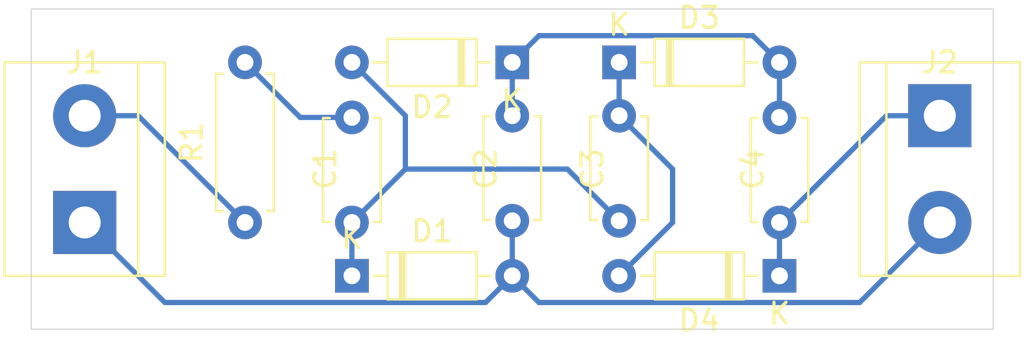
<source format=kicad_pcb>
(kicad_pcb (version 20171130) (host pcbnew "(5.1.4)-1")

  (general
    (thickness 1.6)
    (drawings 4)
    (tracks 31)
    (zones 0)
    (modules 11)
    (nets 8)
  )

  (page A4)
  (layers
    (0 F.Cu signal)
    (31 B.Cu signal)
    (32 B.Adhes user)
    (33 F.Adhes user)
    (34 B.Paste user)
    (35 F.Paste user)
    (36 B.SilkS user)
    (37 F.SilkS user)
    (38 B.Mask user)
    (39 F.Mask user)
    (40 Dwgs.User user)
    (41 Cmts.User user)
    (42 Eco1.User user)
    (43 Eco2.User user)
    (44 Edge.Cuts user)
    (45 Margin user)
    (46 B.CrtYd user)
    (47 F.CrtYd user)
    (48 B.Fab user)
    (49 F.Fab user)
  )

  (setup
    (last_trace_width 0.25)
    (trace_clearance 0.2)
    (zone_clearance 0.508)
    (zone_45_only no)
    (trace_min 0.2)
    (via_size 0.8)
    (via_drill 0.4)
    (via_min_size 0.4)
    (via_min_drill 0.3)
    (uvia_size 0.3)
    (uvia_drill 0.1)
    (uvias_allowed no)
    (uvia_min_size 0.2)
    (uvia_min_drill 0.1)
    (edge_width 0.05)
    (segment_width 0.2)
    (pcb_text_width 0.3)
    (pcb_text_size 1.5 1.5)
    (mod_edge_width 0.12)
    (mod_text_size 1 1)
    (mod_text_width 0.15)
    (pad_size 1.524 1.524)
    (pad_drill 0.762)
    (pad_to_mask_clearance 0.051)
    (solder_mask_min_width 0.25)
    (aux_axis_origin 0 0)
    (visible_elements 7FFFFFFF)
    (pcbplotparams
      (layerselection 0x010fc_ffffffff)
      (usegerberextensions false)
      (usegerberattributes false)
      (usegerberadvancedattributes false)
      (creategerberjobfile false)
      (excludeedgelayer true)
      (linewidth 0.100000)
      (plotframeref false)
      (viasonmask false)
      (mode 1)
      (useauxorigin false)
      (hpglpennumber 1)
      (hpglpenspeed 20)
      (hpglpendiameter 15.000000)
      (psnegative false)
      (psa4output false)
      (plotreference true)
      (plotvalue true)
      (plotinvisibletext false)
      (padsonsilk false)
      (subtractmaskfromsilk false)
      (outputformat 1)
      (mirror false)
      (drillshape 1)
      (scaleselection 1)
      (outputdirectory ""))
  )

  (net 0 "")
  (net 1 /CapacitorPower+)
  (net 2 "Net-(C1-Pad1)")
  (net 3 "Net-(C2-Pad1)")
  (net 4 /ACPowerIn-)
  (net 5 /ACPowerIn+)
  (net 6 "Net-(C3-Pad1)")
  (net 7 "Net-(C1-Pad2)")

  (net_class Default "This is the default net class."
    (clearance 0.2)
    (trace_width 0.25)
    (via_dia 0.8)
    (via_drill 0.4)
    (uvia_dia 0.3)
    (uvia_drill 0.1)
    (add_net /ACPowerIn+)
    (add_net /ACPowerIn-)
    (add_net /CapacitorPower+)
    (add_net "Net-(C1-Pad1)")
    (add_net "Net-(C1-Pad2)")
    (add_net "Net-(C2-Pad1)")
    (add_net "Net-(C3-Pad1)")
  )

  (module Diode_THT:D_DO-35_SOD27_P7.62mm_Horizontal (layer F.Cu) (tedit 5AE50CD5) (tstamp 5EFD8791)
    (at 121.92 66.04)
    (descr "Diode, DO-35_SOD27 series, Axial, Horizontal, pin pitch=7.62mm, , length*diameter=4*2mm^2, , http://www.diodes.com/_files/packages/DO-35.pdf")
    (tags "Diode DO-35_SOD27 series Axial Horizontal pin pitch 7.62mm  length 4mm diameter 2mm")
    (path /5E0E7B3A)
    (fp_text reference D1 (at 3.81 -2.12) (layer F.SilkS)
      (effects (font (size 1 1) (thickness 0.15)))
    )
    (fp_text value 1N4148 (at 5.81 0) (layer F.Fab)
      (effects (font (size 1 1) (thickness 0.15)))
    )
    (fp_text user K (at 0 -1.8) (layer F.SilkS)
      (effects (font (size 1 1) (thickness 0.15)))
    )
    (fp_text user K (at 0 -1.8) (layer F.Fab)
      (effects (font (size 1 1) (thickness 0.15)))
    )
    (fp_text user %R (at 1.27 0) (layer F.Fab)
      (effects (font (size 0.8 0.8) (thickness 0.12)))
    )
    (fp_line (start 8.67 -1.25) (end -1.05 -1.25) (layer F.CrtYd) (width 0.05))
    (fp_line (start 8.67 1.25) (end 8.67 -1.25) (layer F.CrtYd) (width 0.05))
    (fp_line (start -1.05 1.25) (end 8.67 1.25) (layer F.CrtYd) (width 0.05))
    (fp_line (start -1.05 -1.25) (end -1.05 1.25) (layer F.CrtYd) (width 0.05))
    (fp_line (start 2.29 -1.12) (end 2.29 1.12) (layer F.SilkS) (width 0.12))
    (fp_line (start 2.53 -1.12) (end 2.53 1.12) (layer F.SilkS) (width 0.12))
    (fp_line (start 2.41 -1.12) (end 2.41 1.12) (layer F.SilkS) (width 0.12))
    (fp_line (start 6.58 0) (end 5.93 0) (layer F.SilkS) (width 0.12))
    (fp_line (start 1.04 0) (end 1.69 0) (layer F.SilkS) (width 0.12))
    (fp_line (start 5.93 -1.12) (end 1.69 -1.12) (layer F.SilkS) (width 0.12))
    (fp_line (start 5.93 1.12) (end 5.93 -1.12) (layer F.SilkS) (width 0.12))
    (fp_line (start 1.69 1.12) (end 5.93 1.12) (layer F.SilkS) (width 0.12))
    (fp_line (start 1.69 -1.12) (end 1.69 1.12) (layer F.SilkS) (width 0.12))
    (fp_line (start 2.31 -1) (end 2.31 1) (layer F.Fab) (width 0.1))
    (fp_line (start 2.51 -1) (end 2.51 1) (layer F.Fab) (width 0.1))
    (fp_line (start 2.41 -1) (end 2.41 1) (layer F.Fab) (width 0.1))
    (fp_line (start 7.62 0) (end 5.81 0) (layer F.Fab) (width 0.1))
    (fp_line (start 0 0) (end 1.81 0) (layer F.Fab) (width 0.1))
    (fp_line (start 5.81 -1) (end 1.81 -1) (layer F.Fab) (width 0.1))
    (fp_line (start 5.81 1) (end 5.81 -1) (layer F.Fab) (width 0.1))
    (fp_line (start 1.81 1) (end 5.81 1) (layer F.Fab) (width 0.1))
    (fp_line (start 1.81 -1) (end 1.81 1) (layer F.Fab) (width 0.1))
    (pad 2 thru_hole oval (at 7.62 0) (size 1.6 1.6) (drill 0.8) (layers *.Cu *.Mask)
      (net 4 /ACPowerIn-))
    (pad 1 thru_hole rect (at 0 0) (size 1.6 1.6) (drill 0.8) (layers *.Cu *.Mask)
      (net 2 "Net-(C1-Pad1)"))
    (model ${KISYS3DMOD}/Diode_THT.3dshapes/D_DO-35_SOD27_P7.62mm_Horizontal.wrl
      (at (xyz 0 0 0))
      (scale (xyz 1 1 1))
      (rotate (xyz 0 0 0))
    )
  )

  (module Diode_THT:D_DO-35_SOD27_P7.62mm_Horizontal (layer F.Cu) (tedit 5AE50CD5) (tstamp 5EFD8395)
    (at 129.54 55.88 180)
    (descr "Diode, DO-35_SOD27 series, Axial, Horizontal, pin pitch=7.62mm, , length*diameter=4*2mm^2, , http://www.diodes.com/_files/packages/DO-35.pdf")
    (tags "Diode DO-35_SOD27 series Axial Horizontal pin pitch 7.62mm  length 4mm diameter 2mm")
    (path /5E0E6F15)
    (fp_text reference D2 (at 3.81 -2.12) (layer F.SilkS)
      (effects (font (size 1 1) (thickness 0.15)))
    )
    (fp_text value 1N4148 (at 1.81 0) (layer F.Fab)
      (effects (font (size 1 1) (thickness 0.15)))
    )
    (fp_line (start 1.81 -1) (end 1.81 1) (layer F.Fab) (width 0.1))
    (fp_line (start 1.81 1) (end 5.81 1) (layer F.Fab) (width 0.1))
    (fp_line (start 5.81 1) (end 5.81 -1) (layer F.Fab) (width 0.1))
    (fp_line (start 5.81 -1) (end 1.81 -1) (layer F.Fab) (width 0.1))
    (fp_line (start 0 0) (end 1.81 0) (layer F.Fab) (width 0.1))
    (fp_line (start 7.62 0) (end 5.81 0) (layer F.Fab) (width 0.1))
    (fp_line (start 2.41 -1) (end 2.41 1) (layer F.Fab) (width 0.1))
    (fp_line (start 2.51 -1) (end 2.51 1) (layer F.Fab) (width 0.1))
    (fp_line (start 2.31 -1) (end 2.31 1) (layer F.Fab) (width 0.1))
    (fp_line (start 1.69 -1.12) (end 1.69 1.12) (layer F.SilkS) (width 0.12))
    (fp_line (start 1.69 1.12) (end 5.93 1.12) (layer F.SilkS) (width 0.12))
    (fp_line (start 5.93 1.12) (end 5.93 -1.12) (layer F.SilkS) (width 0.12))
    (fp_line (start 5.93 -1.12) (end 1.69 -1.12) (layer F.SilkS) (width 0.12))
    (fp_line (start 1.04 0) (end 1.69 0) (layer F.SilkS) (width 0.12))
    (fp_line (start 6.58 0) (end 5.93 0) (layer F.SilkS) (width 0.12))
    (fp_line (start 2.41 -1.12) (end 2.41 1.12) (layer F.SilkS) (width 0.12))
    (fp_line (start 2.53 -1.12) (end 2.53 1.12) (layer F.SilkS) (width 0.12))
    (fp_line (start 2.29 -1.12) (end 2.29 1.12) (layer F.SilkS) (width 0.12))
    (fp_line (start -1.05 -1.25) (end -1.05 1.25) (layer F.CrtYd) (width 0.05))
    (fp_line (start -1.05 1.25) (end 8.67 1.25) (layer F.CrtYd) (width 0.05))
    (fp_line (start 8.67 1.25) (end 8.67 -1.25) (layer F.CrtYd) (width 0.05))
    (fp_line (start 8.67 -1.25) (end -1.05 -1.25) (layer F.CrtYd) (width 0.05))
    (fp_text user %R (at 6.35 0) (layer F.Fab)
      (effects (font (size 0.8 0.8) (thickness 0.12)))
    )
    (fp_text user K (at 0 -1.8) (layer F.Fab)
      (effects (font (size 1 1) (thickness 0.15)))
    )
    (fp_text user K (at 0 -1.8) (layer F.SilkS)
      (effects (font (size 1 1) (thickness 0.15)))
    )
    (pad 1 thru_hole rect (at 0 0 180) (size 1.6 1.6) (drill 0.8) (layers *.Cu *.Mask)
      (net 3 "Net-(C2-Pad1)"))
    (pad 2 thru_hole oval (at 7.62 0 180) (size 1.6 1.6) (drill 0.8) (layers *.Cu *.Mask)
      (net 2 "Net-(C1-Pad1)"))
    (model ${KISYS3DMOD}/Diode_THT.3dshapes/D_DO-35_SOD27_P7.62mm_Horizontal.wrl
      (at (xyz 0 0 0))
      (scale (xyz 1 1 1))
      (rotate (xyz 0 0 0))
    )
  )

  (module Diode_THT:D_DO-35_SOD27_P7.62mm_Horizontal (layer F.Cu) (tedit 5AE50CD5) (tstamp 5EFD7FD5)
    (at 142.24 66.04 180)
    (descr "Diode, DO-35_SOD27 series, Axial, Horizontal, pin pitch=7.62mm, , length*diameter=4*2mm^2, , http://www.diodes.com/_files/packages/DO-35.pdf")
    (tags "Diode DO-35_SOD27 series Axial Horizontal pin pitch 7.62mm  length 4mm diameter 2mm")
    (path /5EF90991)
    (fp_text reference D4 (at 3.81 -2.12) (layer F.SilkS)
      (effects (font (size 1 1) (thickness 0.15)))
    )
    (fp_text value 1N4148 (at 1.27 0) (layer F.Fab)
      (effects (font (size 1 1) (thickness 0.15)))
    )
    (fp_text user K (at 0 -1.8) (layer F.SilkS)
      (effects (font (size 1 1) (thickness 0.15)))
    )
    (fp_text user K (at 0 -1.8) (layer F.Fab)
      (effects (font (size 1 1) (thickness 0.15)))
    )
    (fp_text user %R (at 6.35 0) (layer F.Fab)
      (effects (font (size 0.8 0.8) (thickness 0.12)))
    )
    (fp_line (start 8.67 -1.25) (end -1.05 -1.25) (layer F.CrtYd) (width 0.05))
    (fp_line (start 8.67 1.25) (end 8.67 -1.25) (layer F.CrtYd) (width 0.05))
    (fp_line (start -1.05 1.25) (end 8.67 1.25) (layer F.CrtYd) (width 0.05))
    (fp_line (start -1.05 -1.25) (end -1.05 1.25) (layer F.CrtYd) (width 0.05))
    (fp_line (start 2.29 -1.12) (end 2.29 1.12) (layer F.SilkS) (width 0.12))
    (fp_line (start 2.53 -1.12) (end 2.53 1.12) (layer F.SilkS) (width 0.12))
    (fp_line (start 2.41 -1.12) (end 2.41 1.12) (layer F.SilkS) (width 0.12))
    (fp_line (start 6.58 0) (end 5.93 0) (layer F.SilkS) (width 0.12))
    (fp_line (start 1.04 0) (end 1.69 0) (layer F.SilkS) (width 0.12))
    (fp_line (start 5.93 -1.12) (end 1.69 -1.12) (layer F.SilkS) (width 0.12))
    (fp_line (start 5.93 1.12) (end 5.93 -1.12) (layer F.SilkS) (width 0.12))
    (fp_line (start 1.69 1.12) (end 5.93 1.12) (layer F.SilkS) (width 0.12))
    (fp_line (start 1.69 -1.12) (end 1.69 1.12) (layer F.SilkS) (width 0.12))
    (fp_line (start 2.31 -1) (end 2.31 1) (layer F.Fab) (width 0.1))
    (fp_line (start 2.51 -1) (end 2.51 1) (layer F.Fab) (width 0.1))
    (fp_line (start 2.41 -1) (end 2.41 1) (layer F.Fab) (width 0.1))
    (fp_line (start 7.62 0) (end 5.81 0) (layer F.Fab) (width 0.1))
    (fp_line (start 0 0) (end 1.81 0) (layer F.Fab) (width 0.1))
    (fp_line (start 5.81 -1) (end 1.81 -1) (layer F.Fab) (width 0.1))
    (fp_line (start 5.81 1) (end 5.81 -1) (layer F.Fab) (width 0.1))
    (fp_line (start 1.81 1) (end 5.81 1) (layer F.Fab) (width 0.1))
    (fp_line (start 1.81 -1) (end 1.81 1) (layer F.Fab) (width 0.1))
    (pad 2 thru_hole oval (at 7.62 0 180) (size 1.6 1.6) (drill 0.8) (layers *.Cu *.Mask)
      (net 6 "Net-(C3-Pad1)"))
    (pad 1 thru_hole rect (at 0 0 180) (size 1.6 1.6) (drill 0.8) (layers *.Cu *.Mask)
      (net 1 /CapacitorPower+))
    (model ${KISYS3DMOD}/Diode_THT.3dshapes/D_DO-35_SOD27_P7.62mm_Horizontal.wrl
      (at (xyz 0 0 0))
      (scale (xyz 1 1 1))
      (rotate (xyz 0 0 0))
    )
  )

  (module Diode_THT:D_DO-35_SOD27_P7.62mm_Horizontal (layer F.Cu) (tedit 5AE50CD5) (tstamp 5EFD7B9D)
    (at 134.62 55.88)
    (descr "Diode, DO-35_SOD27 series, Axial, Horizontal, pin pitch=7.62mm, , length*diameter=4*2mm^2, , http://www.diodes.com/_files/packages/DO-35.pdf")
    (tags "Diode DO-35_SOD27 series Axial Horizontal pin pitch 7.62mm  length 4mm diameter 2mm")
    (path /5EF90987)
    (fp_text reference D3 (at 3.81 -2.12) (layer F.SilkS)
      (effects (font (size 1 1) (thickness 0.15)))
    )
    (fp_text value 1N4148 (at 6.35 0) (layer F.Fab)
      (effects (font (size 1 1) (thickness 0.15)))
    )
    (fp_text user K (at 0 -1.8) (layer F.SilkS)
      (effects (font (size 1 1) (thickness 0.15)))
    )
    (fp_text user K (at 0 -1.8) (layer F.Fab)
      (effects (font (size 1 1) (thickness 0.15)))
    )
    (fp_text user %R (at 1.27 0) (layer F.Fab)
      (effects (font (size 0.8 0.8) (thickness 0.12)))
    )
    (fp_line (start 8.67 -1.25) (end -1.05 -1.25) (layer F.CrtYd) (width 0.05))
    (fp_line (start 8.67 1.25) (end 8.67 -1.25) (layer F.CrtYd) (width 0.05))
    (fp_line (start -1.05 1.25) (end 8.67 1.25) (layer F.CrtYd) (width 0.05))
    (fp_line (start -1.05 -1.25) (end -1.05 1.25) (layer F.CrtYd) (width 0.05))
    (fp_line (start 2.29 -1.12) (end 2.29 1.12) (layer F.SilkS) (width 0.12))
    (fp_line (start 2.53 -1.12) (end 2.53 1.12) (layer F.SilkS) (width 0.12))
    (fp_line (start 2.41 -1.12) (end 2.41 1.12) (layer F.SilkS) (width 0.12))
    (fp_line (start 6.58 0) (end 5.93 0) (layer F.SilkS) (width 0.12))
    (fp_line (start 1.04 0) (end 1.69 0) (layer F.SilkS) (width 0.12))
    (fp_line (start 5.93 -1.12) (end 1.69 -1.12) (layer F.SilkS) (width 0.12))
    (fp_line (start 5.93 1.12) (end 5.93 -1.12) (layer F.SilkS) (width 0.12))
    (fp_line (start 1.69 1.12) (end 5.93 1.12) (layer F.SilkS) (width 0.12))
    (fp_line (start 1.69 -1.12) (end 1.69 1.12) (layer F.SilkS) (width 0.12))
    (fp_line (start 2.31 -1) (end 2.31 1) (layer F.Fab) (width 0.1))
    (fp_line (start 2.51 -1) (end 2.51 1) (layer F.Fab) (width 0.1))
    (fp_line (start 2.41 -1) (end 2.41 1) (layer F.Fab) (width 0.1))
    (fp_line (start 7.62 0) (end 5.81 0) (layer F.Fab) (width 0.1))
    (fp_line (start 0 0) (end 1.81 0) (layer F.Fab) (width 0.1))
    (fp_line (start 5.81 -1) (end 1.81 -1) (layer F.Fab) (width 0.1))
    (fp_line (start 5.81 1) (end 5.81 -1) (layer F.Fab) (width 0.1))
    (fp_line (start 1.81 1) (end 5.81 1) (layer F.Fab) (width 0.1))
    (fp_line (start 1.81 -1) (end 1.81 1) (layer F.Fab) (width 0.1))
    (pad 2 thru_hole oval (at 7.62 0) (size 1.6 1.6) (drill 0.8) (layers *.Cu *.Mask)
      (net 3 "Net-(C2-Pad1)"))
    (pad 1 thru_hole rect (at 0 0) (size 1.6 1.6) (drill 0.8) (layers *.Cu *.Mask)
      (net 6 "Net-(C3-Pad1)"))
    (model ${KISYS3DMOD}/Diode_THT.3dshapes/D_DO-35_SOD27_P7.62mm_Horizontal.wrl
      (at (xyz 0 0 0))
      (scale (xyz 1 1 1))
      (rotate (xyz 0 0 0))
    )
  )

  (module Resistor_THT:R_Axial_DIN0207_L6.3mm_D2.5mm_P7.62mm_Horizontal (layer F.Cu) (tedit 5AE5139B) (tstamp 5EFD7654)
    (at 116.84 55.88 270)
    (descr "Resistor, Axial_DIN0207 series, Axial, Horizontal, pin pitch=7.62mm, 0.25W = 1/4W, length*diameter=6.3*2.5mm^2, http://cdn-reichelt.de/documents/datenblatt/B400/1_4W%23YAG.pdf")
    (tags "Resistor Axial_DIN0207 series Axial Horizontal pin pitch 7.62mm 0.25W = 1/4W length 6.3mm diameter 2.5mm")
    (path /5EFDA9AD)
    (fp_text reference R1 (at 3.81 2.54 90) (layer F.SilkS)
      (effects (font (size 1 1) (thickness 0.15)))
    )
    (fp_text value 220 (at 2.54 0 90) (layer F.Fab)
      (effects (font (size 1 1) (thickness 0.15)))
    )
    (fp_text user %R (at 6.96 0 90) (layer F.Fab)
      (effects (font (size 1 1) (thickness 0.15)))
    )
    (fp_line (start 8.67 -1.5) (end -1.05 -1.5) (layer F.CrtYd) (width 0.05))
    (fp_line (start 8.67 1.5) (end 8.67 -1.5) (layer F.CrtYd) (width 0.05))
    (fp_line (start -1.05 1.5) (end 8.67 1.5) (layer F.CrtYd) (width 0.05))
    (fp_line (start -1.05 -1.5) (end -1.05 1.5) (layer F.CrtYd) (width 0.05))
    (fp_line (start 7.08 1.37) (end 7.08 1.04) (layer F.SilkS) (width 0.12))
    (fp_line (start 0.54 1.37) (end 7.08 1.37) (layer F.SilkS) (width 0.12))
    (fp_line (start 0.54 1.04) (end 0.54 1.37) (layer F.SilkS) (width 0.12))
    (fp_line (start 7.08 -1.37) (end 7.08 -1.04) (layer F.SilkS) (width 0.12))
    (fp_line (start 0.54 -1.37) (end 7.08 -1.37) (layer F.SilkS) (width 0.12))
    (fp_line (start 0.54 -1.04) (end 0.54 -1.37) (layer F.SilkS) (width 0.12))
    (fp_line (start 7.62 0) (end 6.96 0) (layer F.Fab) (width 0.1))
    (fp_line (start 0 0) (end 0.66 0) (layer F.Fab) (width 0.1))
    (fp_line (start 6.96 -1.25) (end 0.66 -1.25) (layer F.Fab) (width 0.1))
    (fp_line (start 6.96 1.25) (end 6.96 -1.25) (layer F.Fab) (width 0.1))
    (fp_line (start 0.66 1.25) (end 6.96 1.25) (layer F.Fab) (width 0.1))
    (fp_line (start 0.66 -1.25) (end 0.66 1.25) (layer F.Fab) (width 0.1))
    (pad 2 thru_hole oval (at 7.62 0 270) (size 1.6 1.6) (drill 0.8) (layers *.Cu *.Mask)
      (net 5 /ACPowerIn+))
    (pad 1 thru_hole circle (at 0 0 270) (size 1.6 1.6) (drill 0.8) (layers *.Cu *.Mask)
      (net 7 "Net-(C1-Pad2)"))
    (model ${KISYS3DMOD}/Resistor_THT.3dshapes/R_Axial_DIN0207_L6.3mm_D2.5mm_P7.62mm_Horizontal.wrl
      (at (xyz 0 0 0))
      (scale (xyz 1 1 1))
      (rotate (xyz 0 0 0))
    )
  )

  (module Capacitor_THT:C_Disc_D4.7mm_W2.5mm_P5.00mm (layer F.Cu) (tedit 5AE50EF0) (tstamp 5EF84762)
    (at 142.24 63.5 90)
    (descr "C, Disc series, Radial, pin pitch=5.00mm, , diameter*width=4.7*2.5mm^2, Capacitor, http://www.vishay.com/docs/45233/krseries.pdf")
    (tags "C Disc series Radial pin pitch 5.00mm  diameter 4.7mm width 2.5mm Capacitor")
    (path /5EF9099D)
    (fp_text reference C4 (at 2.54 -1.27 90) (layer F.SilkS)
      (effects (font (size 1 1) (thickness 0.15)))
    )
    (fp_text value 1nF (at 2.54 1.27 90) (layer F.Fab)
      (effects (font (size 1 1) (thickness 0.15)))
    )
    (fp_text user %R (at 2.54 0 90) (layer F.Fab)
      (effects (font (size 0.94 0.94) (thickness 0.141)))
    )
    (fp_line (start 6.05 -1.5) (end -1.05 -1.5) (layer F.CrtYd) (width 0.05))
    (fp_line (start 6.05 1.5) (end 6.05 -1.5) (layer F.CrtYd) (width 0.05))
    (fp_line (start -1.05 1.5) (end 6.05 1.5) (layer F.CrtYd) (width 0.05))
    (fp_line (start -1.05 -1.5) (end -1.05 1.5) (layer F.CrtYd) (width 0.05))
    (fp_line (start 4.97 1.055) (end 4.97 1.37) (layer F.SilkS) (width 0.12))
    (fp_line (start 4.97 -1.37) (end 4.97 -1.055) (layer F.SilkS) (width 0.12))
    (fp_line (start 0.03 1.055) (end 0.03 1.37) (layer F.SilkS) (width 0.12))
    (fp_line (start 0.03 -1.37) (end 0.03 -1.055) (layer F.SilkS) (width 0.12))
    (fp_line (start 0.03 1.37) (end 4.97 1.37) (layer F.SilkS) (width 0.12))
    (fp_line (start 0.03 -1.37) (end 4.97 -1.37) (layer F.SilkS) (width 0.12))
    (fp_line (start 4.85 -1.25) (end 0.15 -1.25) (layer F.Fab) (width 0.1))
    (fp_line (start 4.85 1.25) (end 4.85 -1.25) (layer F.Fab) (width 0.1))
    (fp_line (start 0.15 1.25) (end 4.85 1.25) (layer F.Fab) (width 0.1))
    (fp_line (start 0.15 -1.25) (end 0.15 1.25) (layer F.Fab) (width 0.1))
    (pad 2 thru_hole circle (at 5 0 90) (size 1.6 1.6) (drill 0.8) (layers *.Cu *.Mask)
      (net 3 "Net-(C2-Pad1)"))
    (pad 1 thru_hole circle (at 0 0 90) (size 1.6 1.6) (drill 0.8) (layers *.Cu *.Mask)
      (net 1 /CapacitorPower+))
    (model ${KISYS3DMOD}/Capacitor_THT.3dshapes/C_Disc_D4.7mm_W2.5mm_P5.00mm.wrl
      (at (xyz 0 0 0))
      (scale (xyz 1 1 1))
      (rotate (xyz 0 0 0))
    )
  )

  (module Capacitor_THT:C_Disc_D4.7mm_W2.5mm_P5.00mm (layer F.Cu) (tedit 5AE50EF0) (tstamp 5EF8474D)
    (at 134.62 58.42 270)
    (descr "C, Disc series, Radial, pin pitch=5.00mm, , diameter*width=4.7*2.5mm^2, Capacitor, http://www.vishay.com/docs/45233/krseries.pdf")
    (tags "C Disc series Radial pin pitch 5.00mm  diameter 4.7mm width 2.5mm Capacitor")
    (path /5EF8C262)
    (fp_text reference C3 (at 2.54 1.27 90) (layer F.SilkS)
      (effects (font (size 1 1) (thickness 0.15)))
    )
    (fp_text value 1nF (at 2.54 -1.27 90) (layer F.Fab)
      (effects (font (size 1 1) (thickness 0.15)))
    )
    (fp_text user %R (at 2.54 0 90) (layer F.Fab)
      (effects (font (size 0.94 0.94) (thickness 0.141)))
    )
    (fp_line (start 6.05 -1.5) (end -1.05 -1.5) (layer F.CrtYd) (width 0.05))
    (fp_line (start 6.05 1.5) (end 6.05 -1.5) (layer F.CrtYd) (width 0.05))
    (fp_line (start -1.05 1.5) (end 6.05 1.5) (layer F.CrtYd) (width 0.05))
    (fp_line (start -1.05 -1.5) (end -1.05 1.5) (layer F.CrtYd) (width 0.05))
    (fp_line (start 4.97 1.055) (end 4.97 1.37) (layer F.SilkS) (width 0.12))
    (fp_line (start 4.97 -1.37) (end 4.97 -1.055) (layer F.SilkS) (width 0.12))
    (fp_line (start 0.03 1.055) (end 0.03 1.37) (layer F.SilkS) (width 0.12))
    (fp_line (start 0.03 -1.37) (end 0.03 -1.055) (layer F.SilkS) (width 0.12))
    (fp_line (start 0.03 1.37) (end 4.97 1.37) (layer F.SilkS) (width 0.12))
    (fp_line (start 0.03 -1.37) (end 4.97 -1.37) (layer F.SilkS) (width 0.12))
    (fp_line (start 4.85 -1.25) (end 0.15 -1.25) (layer F.Fab) (width 0.1))
    (fp_line (start 4.85 1.25) (end 4.85 -1.25) (layer F.Fab) (width 0.1))
    (fp_line (start 0.15 1.25) (end 4.85 1.25) (layer F.Fab) (width 0.1))
    (fp_line (start 0.15 -1.25) (end 0.15 1.25) (layer F.Fab) (width 0.1))
    (pad 2 thru_hole circle (at 5 0 270) (size 1.6 1.6) (drill 0.8) (layers *.Cu *.Mask)
      (net 2 "Net-(C1-Pad1)"))
    (pad 1 thru_hole circle (at 0 0 270) (size 1.6 1.6) (drill 0.8) (layers *.Cu *.Mask)
      (net 6 "Net-(C3-Pad1)"))
    (model ${KISYS3DMOD}/Capacitor_THT.3dshapes/C_Disc_D4.7mm_W2.5mm_P5.00mm.wrl
      (at (xyz 0 0 0))
      (scale (xyz 1 1 1))
      (rotate (xyz 0 0 0))
    )
  )

  (module TerminalBlock:TerminalBlock_bornier-2_P5.08mm (layer F.Cu) (tedit 59FF03AB) (tstamp 5ED536D4)
    (at 109.22 63.5 90)
    (descr "simple 2-pin terminal block, pitch 5.08mm, revamped version of bornier2")
    (tags "terminal block bornier2")
    (path /5ED54BE3)
    (fp_text reference J1 (at 7.62 0 180) (layer F.SilkS)
      (effects (font (size 1 1) (thickness 0.15)))
    )
    (fp_text value "AC Power In" (at 2.54 2.54 90) (layer F.Fab)
      (effects (font (size 1 1) (thickness 0.15)))
    )
    (fp_line (start 7.79 4) (end -2.71 4) (layer F.CrtYd) (width 0.05))
    (fp_line (start 7.79 4) (end 7.79 -4) (layer F.CrtYd) (width 0.05))
    (fp_line (start -2.71 -4) (end -2.71 4) (layer F.CrtYd) (width 0.05))
    (fp_line (start -2.71 -4) (end 7.79 -4) (layer F.CrtYd) (width 0.05))
    (fp_line (start -2.54 3.81) (end 7.62 3.81) (layer F.SilkS) (width 0.12))
    (fp_line (start -2.54 -3.81) (end -2.54 3.81) (layer F.SilkS) (width 0.12))
    (fp_line (start 7.62 -3.81) (end -2.54 -3.81) (layer F.SilkS) (width 0.12))
    (fp_line (start 7.62 3.81) (end 7.62 -3.81) (layer F.SilkS) (width 0.12))
    (fp_line (start 7.62 2.54) (end -2.54 2.54) (layer F.SilkS) (width 0.12))
    (fp_line (start 7.54 -3.75) (end -2.46 -3.75) (layer F.Fab) (width 0.1))
    (fp_line (start 7.54 3.75) (end 7.54 -3.75) (layer F.Fab) (width 0.1))
    (fp_line (start -2.46 3.75) (end 7.54 3.75) (layer F.Fab) (width 0.1))
    (fp_line (start -2.46 -3.75) (end -2.46 3.75) (layer F.Fab) (width 0.1))
    (fp_line (start -2.41 2.55) (end 7.49 2.55) (layer F.Fab) (width 0.1))
    (fp_text user %R (at 7.62 0 180) (layer F.Fab)
      (effects (font (size 1 1) (thickness 0.15)))
    )
    (pad 2 thru_hole circle (at 5.08 0 90) (size 3 3) (drill 1.52) (layers *.Cu *.Mask)
      (net 5 /ACPowerIn+))
    (pad 1 thru_hole rect (at 0 0 90) (size 3 3) (drill 1.52) (layers *.Cu *.Mask)
      (net 4 /ACPowerIn-))
    (model ${KISYS3DMOD}/TerminalBlock.3dshapes/TerminalBlock_bornier-2_P5.08mm.wrl
      (offset (xyz 2.539999961853027 0 0))
      (scale (xyz 1 1 1))
      (rotate (xyz 0 0 0))
    )
  )

  (module Capacitor_THT:C_Disc_D4.7mm_W2.5mm_P5.00mm (layer F.Cu) (tedit 5AE50EF0) (tstamp 5E2813B6)
    (at 129.54 58.42 270)
    (descr "C, Disc series, Radial, pin pitch=5.00mm, , diameter*width=4.7*2.5mm^2, Capacitor, http://www.vishay.com/docs/45233/krseries.pdf")
    (tags "C Disc series Radial pin pitch 5.00mm  diameter 4.7mm width 2.5mm Capacitor")
    (path /5E30B272)
    (fp_text reference C2 (at 2.54 1.27 90) (layer F.SilkS)
      (effects (font (size 1 1) (thickness 0.15)))
    )
    (fp_text value 1nF (at 2.54 -1.27 90) (layer F.Fab)
      (effects (font (size 1 1) (thickness 0.15)))
    )
    (fp_line (start 0.15 -1.25) (end 0.15 1.25) (layer F.Fab) (width 0.1))
    (fp_line (start 0.15 1.25) (end 4.85 1.25) (layer F.Fab) (width 0.1))
    (fp_line (start 4.85 1.25) (end 4.85 -1.25) (layer F.Fab) (width 0.1))
    (fp_line (start 4.85 -1.25) (end 0.15 -1.25) (layer F.Fab) (width 0.1))
    (fp_line (start 0.03 -1.37) (end 4.97 -1.37) (layer F.SilkS) (width 0.12))
    (fp_line (start 0.03 1.37) (end 4.97 1.37) (layer F.SilkS) (width 0.12))
    (fp_line (start 0.03 -1.37) (end 0.03 -1.055) (layer F.SilkS) (width 0.12))
    (fp_line (start 0.03 1.055) (end 0.03 1.37) (layer F.SilkS) (width 0.12))
    (fp_line (start 4.97 -1.37) (end 4.97 -1.055) (layer F.SilkS) (width 0.12))
    (fp_line (start 4.97 1.055) (end 4.97 1.37) (layer F.SilkS) (width 0.12))
    (fp_line (start -1.05 -1.5) (end -1.05 1.5) (layer F.CrtYd) (width 0.05))
    (fp_line (start -1.05 1.5) (end 6.05 1.5) (layer F.CrtYd) (width 0.05))
    (fp_line (start 6.05 1.5) (end 6.05 -1.5) (layer F.CrtYd) (width 0.05))
    (fp_line (start 6.05 -1.5) (end -1.05 -1.5) (layer F.CrtYd) (width 0.05))
    (fp_text user %R (at 2.54 0 90) (layer F.Fab)
      (effects (font (size 0.94 0.94) (thickness 0.141)))
    )
    (pad 1 thru_hole circle (at 0 0 270) (size 1.6 1.6) (drill 0.8) (layers *.Cu *.Mask)
      (net 3 "Net-(C2-Pad1)"))
    (pad 2 thru_hole circle (at 5 0 270) (size 1.6 1.6) (drill 0.8) (layers *.Cu *.Mask)
      (net 4 /ACPowerIn-))
    (model ${KISYS3DMOD}/Capacitor_THT.3dshapes/C_Disc_D4.7mm_W2.5mm_P5.00mm.wrl
      (at (xyz 0 0 0))
      (scale (xyz 1 1 1))
      (rotate (xyz 0 0 0))
    )
  )

  (module Capacitor_THT:C_Disc_D4.7mm_W2.5mm_P5.00mm (layer F.Cu) (tedit 5AE50EF0) (tstamp 5E28138C)
    (at 121.92 63.5 90)
    (descr "C, Disc series, Radial, pin pitch=5.00mm, , diameter*width=4.7*2.5mm^2, Capacitor, http://www.vishay.com/docs/45233/krseries.pdf")
    (tags "C Disc series Radial pin pitch 5.00mm  diameter 4.7mm width 2.5mm Capacitor")
    (path /5E28804E)
    (fp_text reference C1 (at 2.54 -1.27 90) (layer F.SilkS)
      (effects (font (size 1 1) (thickness 0.15)))
    )
    (fp_text value 1nF (at 2.54 1.27 90) (layer F.Fab)
      (effects (font (size 1 1) (thickness 0.15)))
    )
    (fp_text user %R (at 2.54 0 90) (layer F.Fab)
      (effects (font (size 0.94 0.94) (thickness 0.141)))
    )
    (fp_line (start 6.05 -1.5) (end -1.05 -1.5) (layer F.CrtYd) (width 0.05))
    (fp_line (start 6.05 1.5) (end 6.05 -1.5) (layer F.CrtYd) (width 0.05))
    (fp_line (start -1.05 1.5) (end 6.05 1.5) (layer F.CrtYd) (width 0.05))
    (fp_line (start -1.05 -1.5) (end -1.05 1.5) (layer F.CrtYd) (width 0.05))
    (fp_line (start 4.97 1.055) (end 4.97 1.37) (layer F.SilkS) (width 0.12))
    (fp_line (start 4.97 -1.37) (end 4.97 -1.055) (layer F.SilkS) (width 0.12))
    (fp_line (start 0.03 1.055) (end 0.03 1.37) (layer F.SilkS) (width 0.12))
    (fp_line (start 0.03 -1.37) (end 0.03 -1.055) (layer F.SilkS) (width 0.12))
    (fp_line (start 0.03 1.37) (end 4.97 1.37) (layer F.SilkS) (width 0.12))
    (fp_line (start 0.03 -1.37) (end 4.97 -1.37) (layer F.SilkS) (width 0.12))
    (fp_line (start 4.85 -1.25) (end 0.15 -1.25) (layer F.Fab) (width 0.1))
    (fp_line (start 4.85 1.25) (end 4.85 -1.25) (layer F.Fab) (width 0.1))
    (fp_line (start 0.15 1.25) (end 4.85 1.25) (layer F.Fab) (width 0.1))
    (fp_line (start 0.15 -1.25) (end 0.15 1.25) (layer F.Fab) (width 0.1))
    (pad 2 thru_hole circle (at 5 0 90) (size 1.6 1.6) (drill 0.8) (layers *.Cu *.Mask)
      (net 7 "Net-(C1-Pad2)"))
    (pad 1 thru_hole circle (at 0 0 90) (size 1.6 1.6) (drill 0.8) (layers *.Cu *.Mask)
      (net 2 "Net-(C1-Pad1)"))
    (model ${KISYS3DMOD}/Capacitor_THT.3dshapes/C_Disc_D4.7mm_W2.5mm_P5.00mm.wrl
      (at (xyz 0 0 0))
      (scale (xyz 1 1 1))
      (rotate (xyz 0 0 0))
    )
  )

  (module TerminalBlock:TerminalBlock_bornier-2_P5.08mm (layer F.Cu) (tedit 59FF03AB) (tstamp 5E0B5858)
    (at 149.86 58.42 270)
    (descr "simple 2-pin terminal block, pitch 5.08mm, revamped version of bornier2")
    (tags "terminal block bornier2")
    (path /5E0EE4BC)
    (fp_text reference J2 (at -2.54 0 180) (layer F.SilkS)
      (effects (font (size 1 1) (thickness 0.15)))
    )
    (fp_text value "To Capacitors" (at 2.54 2.54 90) (layer F.Fab)
      (effects (font (size 1 1) (thickness 0.15)))
    )
    (fp_line (start 7.79 4) (end -2.71 4) (layer F.CrtYd) (width 0.05))
    (fp_line (start 7.79 4) (end 7.79 -4) (layer F.CrtYd) (width 0.05))
    (fp_line (start -2.71 -4) (end -2.71 4) (layer F.CrtYd) (width 0.05))
    (fp_line (start -2.71 -4) (end 7.79 -4) (layer F.CrtYd) (width 0.05))
    (fp_line (start -2.54 3.81) (end 7.62 3.81) (layer F.SilkS) (width 0.12))
    (fp_line (start -2.54 -3.81) (end -2.54 3.81) (layer F.SilkS) (width 0.12))
    (fp_line (start 7.62 -3.81) (end -2.54 -3.81) (layer F.SilkS) (width 0.12))
    (fp_line (start 7.62 3.81) (end 7.62 -3.81) (layer F.SilkS) (width 0.12))
    (fp_line (start 7.62 2.54) (end -2.54 2.54) (layer F.SilkS) (width 0.12))
    (fp_line (start 7.54 -3.75) (end -2.46 -3.75) (layer F.Fab) (width 0.1))
    (fp_line (start 7.54 3.75) (end 7.54 -3.75) (layer F.Fab) (width 0.1))
    (fp_line (start -2.46 3.75) (end 7.54 3.75) (layer F.Fab) (width 0.1))
    (fp_line (start -2.46 -3.75) (end -2.46 3.75) (layer F.Fab) (width 0.1))
    (fp_line (start -2.41 2.55) (end 7.49 2.55) (layer F.Fab) (width 0.1))
    (fp_text user %R (at -2.54 0 180) (layer F.Fab)
      (effects (font (size 1 1) (thickness 0.15)))
    )
    (pad 2 thru_hole circle (at 5.08 0 270) (size 3 3) (drill 1.52) (layers *.Cu *.Mask)
      (net 4 /ACPowerIn-))
    (pad 1 thru_hole rect (at 0 0 270) (size 3 3) (drill 1.52) (layers *.Cu *.Mask)
      (net 1 /CapacitorPower+))
    (model ${KISYS3DMOD}/TerminalBlock.3dshapes/TerminalBlock_bornier-2_P5.08mm.wrl
      (offset (xyz 2.539999961853027 0 0))
      (scale (xyz 1 1 1))
      (rotate (xyz 0 0 0))
    )
  )

  (gr_line (start 152.4 68.58) (end 106.68 68.58) (layer Edge.Cuts) (width 0.05))
  (gr_line (start 106.68 53.34) (end 106.68 68.58) (layer Edge.Cuts) (width 0.05) (tstamp 5E2F0A64))
  (gr_line (start 152.4 53.34) (end 152.4 68.58) (layer Edge.Cuts) (width 0.05))
  (gr_line (start 106.68 53.34) (end 152.4 53.34) (layer Edge.Cuts) (width 0.05))

  (segment (start 142.24 66.04) (end 142.24 63.5) (width 0.25) (layer B.Cu) (net 1) (status 30))
  (segment (start 142.24 63.5) (end 147.32 58.42) (width 0.25) (layer B.Cu) (net 1) (status 10))
  (segment (start 147.32 58.42) (end 149.86 58.42) (width 0.25) (layer B.Cu) (net 1) (status 20))
  (segment (start 124.46 58.42) (end 124.46 60.96) (width 0.25) (layer B.Cu) (net 2))
  (segment (start 121.92 55.88) (end 124.46 58.42) (width 0.25) (layer B.Cu) (net 2) (status 10))
  (segment (start 121.92 66.04) (end 121.92 63.5) (width 0.25) (layer B.Cu) (net 2) (status 30))
  (segment (start 121.92 63.5) (end 124.46 60.96) (width 0.25) (layer B.Cu) (net 2) (status 10))
  (segment (start 132.16 60.96) (end 134.62 63.42) (width 0.25) (layer B.Cu) (net 2) (status 20))
  (segment (start 124.46 60.96) (end 132.16 60.96) (width 0.25) (layer B.Cu) (net 2))
  (segment (start 129.54 55.88) (end 129.54 58.42) (width 0.25) (layer B.Cu) (net 3) (status 30))
  (segment (start 140.97 54.61) (end 142.24 55.88) (width 0.25) (layer B.Cu) (net 3) (status 20))
  (segment (start 129.54 55.88) (end 130.81 54.61) (width 0.25) (layer B.Cu) (net 3) (status 10))
  (segment (start 130.81 54.61) (end 140.97 54.61) (width 0.25) (layer B.Cu) (net 3))
  (segment (start 142.24 55.88) (end 142.24 58.5) (width 0.25) (layer B.Cu) (net 3) (status 30))
  (segment (start 129.46 63.5) (end 129.54 63.42) (width 0.25) (layer B.Cu) (net 4) (status 30))
  (segment (start 113.03 67.31) (end 128.27 67.31) (width 0.25) (layer B.Cu) (net 4))
  (segment (start 128.27 67.31) (end 129.54 66.04) (width 0.25) (layer B.Cu) (net 4) (status 20))
  (segment (start 129.54 66.04) (end 129.54 63.42) (width 0.25) (layer B.Cu) (net 4) (status 30))
  (segment (start 129.54 66.04) (end 130.81 67.31) (width 0.25) (layer B.Cu) (net 4) (status 10))
  (segment (start 146.05 67.31) (end 149.86 63.5) (width 0.25) (layer B.Cu) (net 4) (status 20))
  (segment (start 130.81 67.31) (end 146.05 67.31) (width 0.25) (layer B.Cu) (net 4))
  (segment (start 109.22 63.5) (end 113.03 67.31) (width 0.25) (layer B.Cu) (net 4) (status 10))
  (segment (start 111.76 58.42) (end 116.84 63.5) (width 0.25) (layer B.Cu) (net 5) (status 20))
  (segment (start 109.22 58.42) (end 111.76 58.42) (width 0.25) (layer B.Cu) (net 5) (status 10))
  (segment (start 134.62 58.42) (end 134.62 55.88) (width 0.25) (layer B.Cu) (net 6) (status 30))
  (segment (start 134.62 66.04) (end 137.16 63.5) (width 0.25) (layer B.Cu) (net 6) (status 10))
  (segment (start 134.62 58.42) (end 137.16 60.96) (width 0.25) (layer B.Cu) (net 6) (status 10))
  (segment (start 137.16 63.5) (end 137.16 60.96) (width 0.25) (layer B.Cu) (net 6))
  (segment (start 121.84 58.42) (end 121.92 58.5) (width 0.25) (layer B.Cu) (net 7) (status 30))
  (segment (start 119.46 58.5) (end 121.92 58.5) (width 0.25) (layer B.Cu) (net 7))
  (segment (start 116.84 55.88) (end 119.46 58.5) (width 0.25) (layer B.Cu) (net 7))

)

</source>
